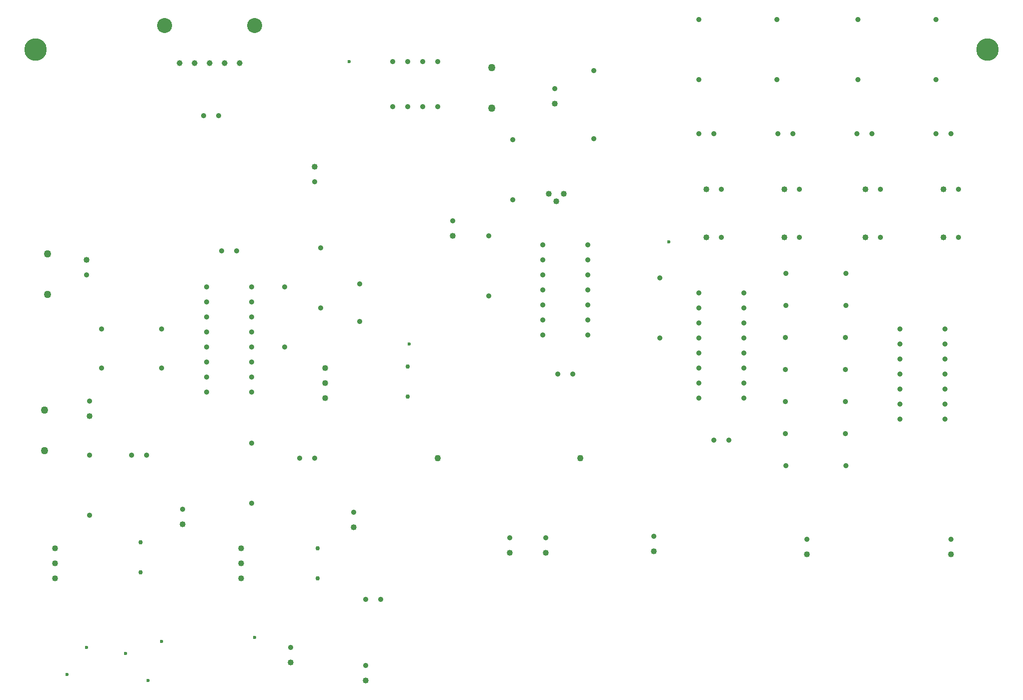
<source format=gbr>
G04 Generated by Ultiboard 14.0 *
%FSLAX25Y25*%
%MOIN*%

%ADD10C,0.00001*%
%ADD11C,0.15000*%
%ADD12C,0.03500*%
%ADD13C,0.04000*%
%ADD14C,0.05000*%
%ADD15C,0.04333*%
%ADD16C,0.10000*%
%ADD17C,0.03937*%
%ADD18C,0.03000*%
%ADD19C,0.02362*%


G04 ColorRGB 000000 for the following layer *
%LNDrill-Copper Top-Copper Bottom*%
%LPD*%
G54D11*
X26000Y448000D03*
X660300Y447900D03*
G54D12*
X90000Y178000D03*
X100000Y178000D03*
X62000Y178000D03*
X62000Y138000D03*
X62000Y214000D03*
X110000Y236000D03*
X70000Y236000D03*
X110000Y262000D03*
X70000Y262000D03*
X140000Y220000D03*
X170000Y220000D03*
X140000Y230000D03*
X170000Y230000D03*
X140000Y240000D03*
X170000Y240000D03*
X140000Y250000D03*
X170000Y250000D03*
X140000Y260000D03*
X170000Y260000D03*
X140000Y270000D03*
X170000Y270000D03*
X140000Y280000D03*
X170000Y280000D03*
X140000Y290000D03*
X170000Y290000D03*
X160000Y314000D03*
X150000Y314000D03*
X192000Y290000D03*
X192000Y250000D03*
X202000Y176000D03*
X212000Y176000D03*
X170000Y186000D03*
X170000Y146000D03*
X216000Y276000D03*
X216000Y316000D03*
X242000Y267000D03*
X242000Y292000D03*
X60000Y298000D03*
X626000Y428000D03*
X626000Y468000D03*
X468000Y428000D03*
X468000Y468000D03*
X344000Y348000D03*
X344000Y388000D03*
X372000Y422000D03*
X442000Y296000D03*
X442000Y256000D03*
X468000Y216000D03*
X498000Y216000D03*
X468000Y226000D03*
X498000Y226000D03*
X468000Y236000D03*
X498000Y236000D03*
X468000Y246000D03*
X498000Y246000D03*
X468000Y256000D03*
X498000Y256000D03*
X468000Y266000D03*
X498000Y266000D03*
X468000Y276000D03*
X498000Y276000D03*
X468000Y286000D03*
X498000Y286000D03*
X488000Y188000D03*
X478000Y188000D03*
X196000Y50000D03*
X535000Y323000D03*
X566000Y298980D03*
X526000Y298980D03*
X565714Y256323D03*
X525714Y256323D03*
X565714Y234994D03*
X525714Y234994D03*
X565714Y213666D03*
X525714Y213666D03*
X566000Y171009D03*
X526000Y171009D03*
X589000Y323000D03*
X641000Y323000D03*
X264000Y410000D03*
X274000Y410000D03*
X284000Y410000D03*
X294000Y410000D03*
X264000Y440000D03*
X274000Y440000D03*
X284000Y440000D03*
X294000Y440000D03*
X641000Y355000D03*
X483000Y355000D03*
X438000Y124000D03*
X540000Y122000D03*
X636000Y122000D03*
X602000Y202000D03*
X632000Y202000D03*
X602000Y212000D03*
X632000Y212000D03*
X602000Y222000D03*
X632000Y222000D03*
X602000Y232000D03*
X632000Y232000D03*
X602000Y242000D03*
X632000Y242000D03*
X602000Y252000D03*
X632000Y252000D03*
X602000Y262000D03*
X632000Y262000D03*
X246000Y82000D03*
X256000Y82000D03*
X535000Y355000D03*
X520667Y392000D03*
X530667Y392000D03*
X468000Y392000D03*
X478000Y392000D03*
X573333Y392000D03*
X583333Y392000D03*
X626000Y392000D03*
X636000Y392000D03*
X589000Y355000D03*
X304000Y334000D03*
X483000Y323000D03*
X124000Y142000D03*
X238000Y140000D03*
X246000Y38000D03*
X328000Y324000D03*
X328000Y284000D03*
X384000Y232000D03*
X374000Y232000D03*
X364000Y258000D03*
X394000Y258000D03*
X364000Y268000D03*
X394000Y268000D03*
X364000Y278000D03*
X394000Y278000D03*
X364000Y288000D03*
X394000Y288000D03*
X364000Y298000D03*
X394000Y298000D03*
X364000Y308000D03*
X394000Y308000D03*
X364000Y318000D03*
X394000Y318000D03*
X138000Y404000D03*
X148000Y404000D03*
X566000Y277651D03*
X526000Y277651D03*
X520000Y428000D03*
X520000Y468000D03*
X574000Y428000D03*
X574000Y468000D03*
X398000Y388724D03*
X398000Y434000D03*
X212000Y360000D03*
X342000Y123000D03*
X366000Y123000D03*
X565714Y192337D03*
X525714Y192337D03*
G54D13*
X39000Y106000D03*
X39000Y116000D03*
X39000Y96000D03*
X62000Y204000D03*
X219000Y236000D03*
X219000Y226000D03*
X219000Y216000D03*
X60000Y308000D03*
X373000Y347000D03*
X368000Y352000D03*
X378000Y352000D03*
X372000Y412000D03*
X196000Y40000D03*
X163000Y106000D03*
X163000Y116000D03*
X163000Y96000D03*
X525000Y323000D03*
X579000Y323000D03*
X631000Y323000D03*
X631000Y355000D03*
X473000Y355000D03*
X438000Y114000D03*
X540000Y112000D03*
X636000Y112000D03*
X525000Y355000D03*
X579000Y355000D03*
X304000Y324000D03*
X473000Y323000D03*
X124000Y132000D03*
X238000Y130000D03*
X246000Y28000D03*
X212000Y370000D03*
X342000Y113000D03*
X366000Y113000D03*
G54D14*
X31800Y208000D03*
X31800Y180900D03*
X33800Y312000D03*
X33800Y284900D03*
X329800Y436000D03*
X329800Y408900D03*
G54D15*
X389000Y176000D03*
X294000Y176000D03*
G54D16*
X172000Y464000D03*
X112000Y464000D03*
G54D17*
X122000Y439000D03*
X132000Y439000D03*
X142000Y439000D03*
X152000Y439000D03*
X162000Y439000D03*
G54D18*
X96000Y120000D03*
X214000Y116000D03*
X214000Y96000D03*
X96000Y100000D03*
X274000Y217000D03*
X274000Y237000D03*
G54D19*
X110000Y54000D03*
X60000Y50000D03*
X86000Y46000D03*
X101000Y28000D03*
X171900Y56700D03*
X448000Y320000D03*
X235000Y440000D03*
X47000Y32000D03*
X275000Y252000D03*

M02*

</source>
